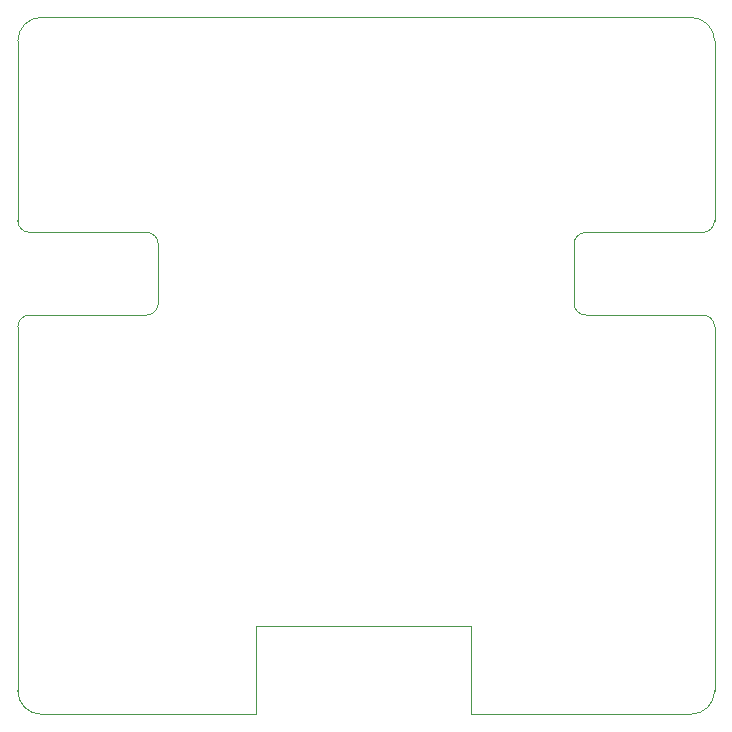
<source format=gbr>
%TF.GenerationSoftware,KiCad,Pcbnew,(6.0.0)*%
%TF.CreationDate,2022-04-27T19:52:18+01:00*%
%TF.ProjectId,flora,666c6f72-612e-46b6-9963-61645f706362,A*%
%TF.SameCoordinates,Original*%
%TF.FileFunction,Profile,NP*%
%FSLAX46Y46*%
G04 Gerber Fmt 4.6, Leading zero omitted, Abs format (unit mm)*
G04 Created by KiCad (PCBNEW (6.0.0)) date 2022-04-27 19:52:18*
%MOMM*%
%LPD*%
G01*
G04 APERTURE LIST*
%TA.AperFunction,Profile*%
%ADD10C,0.050000*%
%TD*%
G04 APERTURE END LIST*
D10*
X232450000Y-124550000D02*
G75*
G03*
X233450000Y-123550000I1J999999D01*
G01*
X174450000Y-123550000D02*
X174450000Y-108350000D01*
X175450000Y-131550000D02*
G75*
G03*
X174450000Y-132550000I-1J-999999D01*
G01*
X185350000Y-124550000D02*
X175450000Y-124550000D01*
X174450000Y-163350000D02*
G75*
G03*
X176450000Y-165350000I1999999J-1D01*
G01*
X185350000Y-131550000D02*
G75*
G03*
X186350000Y-130550000I1J999999D01*
G01*
X194650000Y-165350000D02*
X194650000Y-157850000D01*
X194650000Y-157850000D02*
X212850000Y-157850000D01*
X231450000Y-106350000D02*
X176450000Y-106350000D01*
X194650000Y-165350000D02*
X176450000Y-165350000D01*
X222550000Y-124550000D02*
X232450000Y-124550000D01*
X221550000Y-130550000D02*
X221550000Y-125550000D01*
X233450000Y-108350000D02*
G75*
G03*
X231450000Y-106350000I-1999999J1D01*
G01*
X222550000Y-131550000D02*
X232450000Y-131550000D01*
X231450000Y-165350000D02*
G75*
G03*
X233450000Y-163350000I1J1999999D01*
G01*
X185350000Y-131550000D02*
X175450000Y-131550000D01*
X174450000Y-123550000D02*
G75*
G03*
X175450000Y-124550000I999999J-1D01*
G01*
X233450000Y-132550000D02*
G75*
G03*
X232450000Y-131550000I-999999J1D01*
G01*
X212850000Y-165350000D02*
X231450000Y-165350000D01*
X174450000Y-132550000D02*
X174450000Y-163350000D01*
X233450000Y-123550000D02*
X233450000Y-108350000D01*
X212850000Y-157850000D02*
X212850000Y-165350000D01*
X176450000Y-106350000D02*
G75*
G03*
X174450000Y-108350000I-1J-1999999D01*
G01*
X186350000Y-125550000D02*
G75*
G03*
X185350000Y-124550000I-999999J1D01*
G01*
X233450000Y-163350000D02*
X233450000Y-132550000D01*
X222550000Y-124550000D02*
G75*
G03*
X221550000Y-125550000I-1J-999999D01*
G01*
X186350000Y-125550000D02*
X186350000Y-130550000D01*
X221550000Y-130550000D02*
G75*
G03*
X222550000Y-131550000I999999J-1D01*
G01*
M02*

</source>
